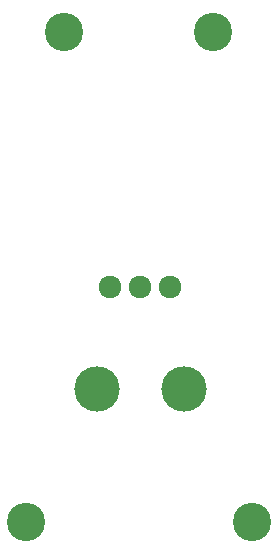
<source format=gbr>
G04 #@! TF.FileFunction,Soldermask,Bot*
%FSLAX46Y46*%
G04 Gerber Fmt 4.6, Leading zero omitted, Abs format (unit mm)*
G04 Created by KiCad (PCBNEW 4.0.7) date 03/27/18 18:56:06*
%MOMM*%
%LPD*%
G01*
G04 APERTURE LIST*
%ADD10C,0.100000*%
%ADD11C,3.244800*%
%ADD12C,3.850000*%
%ADD13C,1.924000*%
G04 APERTURE END LIST*
D10*
D11*
X136474200Y-25400000D03*
X123875800Y-25400000D03*
X139750800Y-66852800D03*
D12*
X133987000Y-55630000D03*
D13*
X132842000Y-46990000D03*
X130302000Y-46990000D03*
X127762000Y-46990000D03*
D12*
X126617000Y-55630000D03*
D11*
X120599200Y-66852800D03*
M02*

</source>
